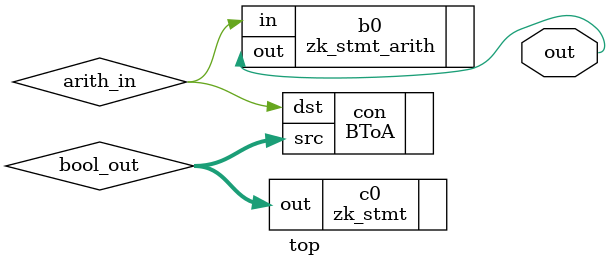
<source format=v>
module top(out);

output out;

wire [63:0] bool_out;
wire        arith_in;

zk_stmt c0(
    .out(bool_out)
);

BToA con(
    .dst(arith_in),
    .src(bool_out)
);

zk_stmt_arith b0(
    .in(arith_in),
    .out(out)
);

endmodule
</source>
